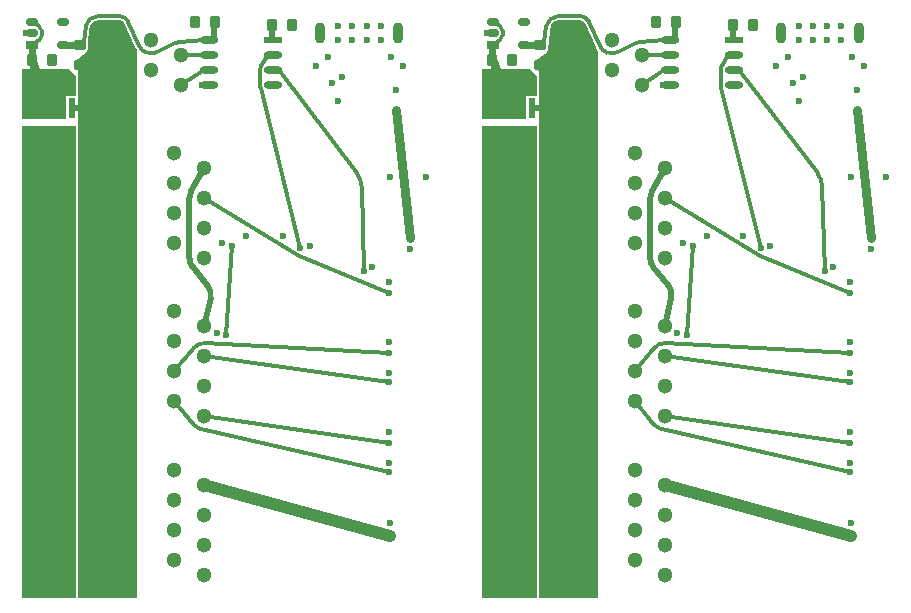
<source format=gbl>
G04*
G04 #@! TF.GenerationSoftware,Altium Limited,Altium Designer,21.6.1 (37)*
G04*
G04 Layer_Physical_Order=4*
G04 Layer_Color=16711680*
%FSLAX25Y25*%
%MOIN*%
G70*
G04*
G04 #@! TF.SameCoordinates,FC2F02F7-AC22-4359-8BDB-CA83A4D5B66C*
G04*
G04*
G04 #@! TF.FilePolarity,Positive*
G04*
G01*
G75*
%ADD10C,0.01968*%
%ADD11C,0.03150*%
%ADD12C,0.03150*%
%ADD14C,0.01181*%
G04:AMPARAMS|DCode=19|XSize=39.37mil|YSize=35.43mil|CornerRadius=4.43mil|HoleSize=0mil|Usage=FLASHONLY|Rotation=0.000|XOffset=0mil|YOffset=0mil|HoleType=Round|Shape=RoundedRectangle|*
%AMROUNDEDRECTD19*
21,1,0.03937,0.02657,0,0,0.0*
21,1,0.03051,0.03543,0,0,0.0*
1,1,0.00886,0.01526,-0.01329*
1,1,0.00886,-0.01526,-0.01329*
1,1,0.00886,-0.01526,0.01329*
1,1,0.00886,0.01526,0.01329*
%
%ADD19ROUNDEDRECTD19*%
%ADD24O,0.03543X0.07087*%
%ADD25C,0.05118*%
%ADD26C,0.02362*%
%ADD27C,0.03937*%
G04:AMPARAMS|DCode=28|XSize=39.37mil|YSize=35.43mil|CornerRadius=4.43mil|HoleSize=0mil|Usage=FLASHONLY|Rotation=90.000|XOffset=0mil|YOffset=0mil|HoleType=Round|Shape=RoundedRectangle|*
%AMROUNDEDRECTD28*
21,1,0.03937,0.02657,0,0,90.0*
21,1,0.03051,0.03543,0,0,90.0*
1,1,0.00886,0.01329,0.01526*
1,1,0.00886,0.01329,-0.01526*
1,1,0.00886,-0.01329,-0.01526*
1,1,0.00886,-0.01329,0.01526*
%
%ADD28ROUNDEDRECTD28*%
%ADD29O,0.06102X0.02362*%
%ADD30R,0.06102X0.02362*%
%ADD31R,0.03937X0.02598*%
G04:AMPARAMS|DCode=32|XSize=39.37mil|YSize=25.98mil|CornerRadius=6.5mil|HoleSize=0mil|Usage=FLASHONLY|Rotation=0.000|XOffset=0mil|YOffset=0mil|HoleType=Round|Shape=RoundedRectangle|*
%AMROUNDEDRECTD32*
21,1,0.03937,0.01299,0,0,0.0*
21,1,0.02638,0.02598,0,0,0.0*
1,1,0.01299,0.01319,-0.00650*
1,1,0.01299,-0.01319,-0.00650*
1,1,0.01299,-0.01319,0.00650*
1,1,0.01299,0.01319,0.00650*
%
%ADD32ROUNDEDRECTD32*%
%ADD33R,0.17800X0.18200*%
%ADD34R,0.02400X0.06500*%
%ADD35C,0.02362*%
G36*
X187698Y193362D02*
X188284Y192971D01*
X188596Y192503D01*
X192127Y184522D01*
X192178Y184449D01*
X192612Y183637D01*
X192913Y183270D01*
Y803D01*
X173228D01*
Y179528D01*
X175591D01*
X176378Y180315D01*
Y183465D01*
X176325Y183518D01*
X176402Y183907D01*
Y186304D01*
X177070Y191483D01*
X177332Y192115D01*
X177768Y192684D01*
X178337Y193120D01*
X178999Y193394D01*
X179677Y193484D01*
X179711Y193477D01*
X179711Y193477D01*
D01*
X179711D01*
X187008D01*
X187064Y193488D01*
X187698Y193362D01*
D02*
G37*
G36*
X34155D02*
X34741Y192971D01*
X35053Y192503D01*
X38584Y184522D01*
X38635Y184449D01*
X39069Y183637D01*
X39370Y183270D01*
Y803D01*
X19685D01*
Y179528D01*
X22047D01*
X22835Y180315D01*
Y183465D01*
X22781Y183518D01*
X22859Y183907D01*
Y186304D01*
X23527Y191483D01*
X23789Y192115D01*
X24225Y192684D01*
X24793Y193120D01*
X25456Y193394D01*
X26134Y193484D01*
X26168Y193477D01*
X26168Y193477D01*
D01*
X26168D01*
X33465D01*
X33521Y193488D01*
X34155Y193362D01*
D02*
G37*
G36*
X172425Y174819D02*
Y168211D01*
X169036D01*
Y160630D01*
X154346D01*
Y177165D01*
X170079D01*
X172425Y174819D01*
D02*
G37*
G36*
X18882D02*
Y168211D01*
X15493D01*
Y160630D01*
X803D01*
Y177165D01*
X16535D01*
X18882Y174819D01*
D02*
G37*
G36*
X172425Y803D02*
X154346D01*
Y158268D01*
X172425D01*
Y803D01*
D02*
G37*
G36*
X18882D02*
X803D01*
Y158268D01*
X18882D01*
Y803D01*
D02*
G37*
D10*
X56732Y114213D02*
G03*
X57856Y111111I4843J0D01*
G01*
X63759Y100773D02*
G03*
X62683Y105322I-5098J1195D01*
G01*
X57338Y136558D02*
G03*
X56732Y134213I4237J-2345D01*
G01*
Y114213D02*
Y134213D01*
X57856Y111111D02*
X62683Y105322D01*
X84332Y187284D02*
X84646Y187087D01*
X84332Y187284D02*
Y190945D01*
X84252Y191929D02*
X84332Y190945D01*
X65022Y187087D02*
Y191929D01*
X65354Y192913D01*
X63386Y187087D02*
X65022D01*
X17480Y164173D02*
X21654D01*
X57338Y136558D02*
X61575Y144213D01*
Y91457D02*
X63759Y100773D01*
X210276Y114213D02*
G03*
X211399Y111111I4843J0D01*
G01*
X217303Y100773D02*
G03*
X216226Y105322I-5098J1195D01*
G01*
X210881Y136558D02*
G03*
X210276Y134213I4237J-2345D01*
G01*
Y114213D02*
Y134213D01*
X211399Y111111D02*
X216226Y105322D01*
X237875Y187284D02*
X238189Y187087D01*
X237875Y187284D02*
Y190945D01*
X237795Y191929D02*
X237875Y190945D01*
X218565Y187087D02*
Y191929D01*
X218898Y192913D01*
X216929Y187087D02*
X218565D01*
X171024Y164173D02*
X175197D01*
X210881Y136558D02*
X215118Y144213D01*
Y91457D02*
X217303Y100773D01*
D11*
X125591Y163583D02*
X130315Y120866D01*
X4331Y179921D02*
X5906Y175197D01*
X4134Y180315D02*
X4331Y179921D01*
X279134Y163583D02*
X283858Y120866D01*
X157874Y179921D02*
X159449Y175197D01*
X157677Y180315D02*
X157874Y179921D01*
D12*
X25591Y187008D02*
D03*
Y183071D02*
D03*
X29528Y188976D02*
D03*
X12795Y146653D02*
D03*
X6890D02*
D03*
Y152559D02*
D03*
X12795D02*
D03*
X15748Y149606D02*
D03*
Y143701D02*
D03*
X9843D02*
D03*
X3937D02*
D03*
Y149606D02*
D03*
X15748Y155512D02*
D03*
X3937D02*
D03*
X9843D02*
D03*
Y149606D02*
D03*
Y169291D02*
D03*
Y173228D02*
D03*
Y165354D02*
D03*
X5906Y163386D02*
D03*
Y167323D02*
D03*
Y171260D02*
D03*
Y175197D02*
D03*
X13780D02*
D03*
Y171260D02*
D03*
Y167323D02*
D03*
Y163386D02*
D03*
X29528Y185039D02*
D03*
Y181102D02*
D03*
X25591Y179134D02*
D03*
Y190945D02*
D03*
X33465D02*
D03*
Y187008D02*
D03*
Y183071D02*
D03*
Y179134D02*
D03*
X29528Y133858D02*
D03*
Y137795D02*
D03*
Y129921D02*
D03*
X25591Y127953D02*
D03*
Y131890D02*
D03*
Y135827D02*
D03*
Y139764D02*
D03*
X33465D02*
D03*
Y135827D02*
D03*
Y131890D02*
D03*
Y127953D02*
D03*
X29528Y86614D02*
D03*
Y90551D02*
D03*
Y82677D02*
D03*
X25591Y80709D02*
D03*
Y84646D02*
D03*
Y88583D02*
D03*
Y92520D02*
D03*
X33465D02*
D03*
Y88583D02*
D03*
Y84646D02*
D03*
Y80709D02*
D03*
X9843Y118110D02*
D03*
Y122047D02*
D03*
Y114173D02*
D03*
X5906Y112205D02*
D03*
Y116142D02*
D03*
Y120079D02*
D03*
Y124016D02*
D03*
X13780D02*
D03*
Y120079D02*
D03*
Y116142D02*
D03*
Y112205D02*
D03*
X9843Y70866D02*
D03*
Y74803D02*
D03*
Y66929D02*
D03*
X5906Y64961D02*
D03*
Y68898D02*
D03*
Y72835D02*
D03*
Y76772D02*
D03*
X13780D02*
D03*
Y72835D02*
D03*
Y68898D02*
D03*
Y64961D02*
D03*
X33465Y41339D02*
D03*
Y49213D02*
D03*
Y45276D02*
D03*
Y37402D02*
D03*
X25591Y41339D02*
D03*
Y45276D02*
D03*
Y49213D02*
D03*
X29528Y47244D02*
D03*
Y43307D02*
D03*
Y39370D02*
D03*
X25591Y37402D02*
D03*
X13780Y21654D02*
D03*
Y25591D02*
D03*
Y29528D02*
D03*
Y33465D02*
D03*
X5906D02*
D03*
Y29528D02*
D03*
Y25591D02*
D03*
Y21654D02*
D03*
X9843Y23622D02*
D03*
Y31496D02*
D03*
Y27559D02*
D03*
X35433Y3937D02*
D03*
X31496D02*
D03*
X27559D02*
D03*
X23622D02*
D03*
X25591Y7874D02*
D03*
X29528D02*
D03*
X33465D02*
D03*
X35433Y11811D02*
D03*
X31496D02*
D03*
X27559D02*
D03*
X23622D02*
D03*
X15748Y3937D02*
D03*
X11811D02*
D03*
X7874D02*
D03*
X5906Y7874D02*
D03*
X13780D02*
D03*
X15748Y11811D02*
D03*
X11811D02*
D03*
X7874D02*
D03*
X3937D02*
D03*
Y3937D02*
D03*
X9843Y7874D02*
D03*
X179134Y187008D02*
D03*
Y183071D02*
D03*
X183071Y188976D02*
D03*
X166339Y146653D02*
D03*
X160433D02*
D03*
Y152559D02*
D03*
X166339D02*
D03*
X169291Y149606D02*
D03*
Y143701D02*
D03*
X163386D02*
D03*
X157480D02*
D03*
Y149606D02*
D03*
X169291Y155512D02*
D03*
X157480D02*
D03*
X163386D02*
D03*
Y149606D02*
D03*
Y169291D02*
D03*
Y173228D02*
D03*
Y165354D02*
D03*
X159449Y163386D02*
D03*
Y167323D02*
D03*
Y171260D02*
D03*
Y175197D02*
D03*
X167323D02*
D03*
Y171260D02*
D03*
Y167323D02*
D03*
Y163386D02*
D03*
X183071Y185039D02*
D03*
Y181102D02*
D03*
X179134Y179134D02*
D03*
Y190945D02*
D03*
X187008D02*
D03*
Y187008D02*
D03*
Y183071D02*
D03*
Y179134D02*
D03*
X183071Y133858D02*
D03*
Y137795D02*
D03*
Y129921D02*
D03*
X179134Y127953D02*
D03*
Y131890D02*
D03*
Y135827D02*
D03*
Y139764D02*
D03*
X187008D02*
D03*
Y135827D02*
D03*
Y131890D02*
D03*
Y127953D02*
D03*
X183071Y86614D02*
D03*
Y90551D02*
D03*
Y82677D02*
D03*
X179134Y80709D02*
D03*
Y84646D02*
D03*
Y88583D02*
D03*
Y92520D02*
D03*
X187008D02*
D03*
Y88583D02*
D03*
Y84646D02*
D03*
Y80709D02*
D03*
X163386Y118110D02*
D03*
Y122047D02*
D03*
Y114173D02*
D03*
X159449Y112205D02*
D03*
Y116142D02*
D03*
Y120079D02*
D03*
Y124016D02*
D03*
X167323D02*
D03*
Y120079D02*
D03*
Y116142D02*
D03*
Y112205D02*
D03*
X163386Y70866D02*
D03*
Y74803D02*
D03*
Y66929D02*
D03*
X159449Y64961D02*
D03*
Y68898D02*
D03*
Y72835D02*
D03*
Y76772D02*
D03*
X167323D02*
D03*
Y72835D02*
D03*
Y68898D02*
D03*
Y64961D02*
D03*
X187008Y41339D02*
D03*
Y49213D02*
D03*
Y45276D02*
D03*
Y37402D02*
D03*
X179134Y41339D02*
D03*
Y45276D02*
D03*
Y49213D02*
D03*
X183071Y47244D02*
D03*
Y43307D02*
D03*
Y39370D02*
D03*
X179134Y37402D02*
D03*
X167323Y21654D02*
D03*
Y25591D02*
D03*
Y29528D02*
D03*
Y33465D02*
D03*
X159449D02*
D03*
Y29528D02*
D03*
Y25591D02*
D03*
Y21654D02*
D03*
X163386Y23622D02*
D03*
Y31496D02*
D03*
Y27559D02*
D03*
X188976Y3937D02*
D03*
X185039D02*
D03*
X181102D02*
D03*
X177165D02*
D03*
X179134Y7874D02*
D03*
X183071D02*
D03*
X187008D02*
D03*
X188976Y11811D02*
D03*
X185039D02*
D03*
X181102D02*
D03*
X177165D02*
D03*
X169291Y3937D02*
D03*
X165354D02*
D03*
X161417D02*
D03*
X159449Y7874D02*
D03*
X167323D02*
D03*
X169291Y11811D02*
D03*
X165354D02*
D03*
X161417D02*
D03*
X157480D02*
D03*
Y3937D02*
D03*
X163386Y7874D02*
D03*
D14*
X114091Y138036D02*
G03*
X112530Y142479I-7792J-240D01*
G01*
X80422Y171053D02*
G03*
X80381Y171185I-1146J-284D01*
G01*
X92610Y115402D02*
G03*
X92664Y115378I499J1070D01*
G01*
X92374Y115529D02*
G03*
X92602Y115405I1327J2188D01*
G01*
X93689Y117762D02*
G03*
X93700Y117722I1145J291D01*
G01*
X80217Y172102D02*
G03*
X80381Y171185I2559J-16D01*
G01*
X60489Y57142D02*
G03*
X60591Y57118I1085J4314D01*
G01*
X58166Y58598D02*
G03*
X60489Y57142I3409J2859D01*
G01*
X61808Y85899D02*
G03*
X58166Y84316I-233J-4443D01*
G01*
X80577Y178396D02*
G03*
X80216Y177087I2198J-1310D01*
G01*
X6639Y186825D02*
G03*
X7559Y188524I-1107J1698D01*
G01*
Y189823D02*
G03*
X6660Y191507I-2028J0D01*
G01*
X39869Y185090D02*
G03*
X45899Y182897I4069J1800D01*
G01*
X36326Y193098D02*
G03*
X33465Y194882I-2862J-1403D01*
G01*
X53512Y186318D02*
G03*
X51971Y185880I425J-4428D01*
G01*
X26168Y194882D02*
G03*
X22137Y191690I-2J-4139D01*
G01*
X114091Y138036D02*
X114961Y109843D01*
X86516Y177087D02*
X112530Y142479D01*
X84646Y177087D02*
X86516D01*
X80422Y171053D02*
X93689Y117762D01*
X92664Y115378D02*
X123228Y102756D01*
X93700Y117722D02*
X93701Y117718D01*
X92602Y115405D02*
X92610Y115402D01*
X61808Y85899D02*
X123228Y82677D01*
X61575Y81457D02*
X123228Y72835D01*
X61575Y61457D02*
X123228Y52756D01*
X60591Y57118D02*
X123228Y42913D01*
X68898Y88583D02*
X70866Y118110D01*
X61575Y134213D02*
X92374Y115529D01*
X80216Y177087D02*
X80217Y172102D01*
X80217Y172102D01*
X82776Y182087D02*
X84646D01*
X80577Y178396D02*
X82776Y182087D01*
X51575Y76457D02*
X58166Y84316D01*
X51575Y66457D02*
X58166Y58598D01*
X22137Y191690D02*
X22137Y191690D01*
X21457Y186417D02*
X22137Y191690D01*
X45899Y182897D02*
X51971Y185880D01*
X36326Y193098D02*
X36330Y193090D01*
X36326Y193098D02*
X36326Y193098D01*
X39869Y185090D01*
X53512Y186318D02*
X61516Y187087D01*
X63386D01*
X20079Y185236D02*
X21457Y186417D01*
X26168Y194882D02*
X33465D01*
X53937Y181890D02*
X61516Y182087D01*
X63386D01*
X53937Y171890D02*
X61516Y177087D01*
X63386D01*
X5531Y192264D02*
X6660Y191507D01*
X7559Y188524D02*
Y189823D01*
X4213Y185433D02*
X5591Y186142D01*
X6639Y186825D01*
X4213Y192913D02*
X5531Y192264D01*
X13780Y164173D02*
Y167323D01*
X13090Y163386D02*
X13780D01*
X12480Y164173D02*
X13090Y163386D01*
X8090Y164499D02*
X8214D01*
X7480Y164173D02*
X8090Y164499D01*
X8214D02*
X8484Y164758D01*
X8877Y165354D02*
X9843D01*
X8570Y164758D02*
X8877Y165354D01*
X8484Y164758D02*
X8570D01*
X267634Y138036D02*
G03*
X266074Y142479I-7792J-240D01*
G01*
X233965Y171053D02*
G03*
X233924Y171185I-1146J-284D01*
G01*
X246153Y115402D02*
G03*
X246207Y115378I499J1070D01*
G01*
X245917Y115529D02*
G03*
X246145Y115405I1327J2188D01*
G01*
X247233Y117762D02*
G03*
X247243Y117722I1145J291D01*
G01*
X233760Y172102D02*
G03*
X233924Y171185I2559J-16D01*
G01*
X214033Y57142D02*
G03*
X214134Y57118I1085J4314D01*
G01*
X211709Y58598D02*
G03*
X214033Y57142I3409J2859D01*
G01*
X215351Y85899D02*
G03*
X211709Y84316I-233J-4443D01*
G01*
X234120Y178396D02*
G03*
X233760Y177087I2198J-1310D01*
G01*
X160182Y186825D02*
G03*
X161102Y188524I-1107J1698D01*
G01*
Y189823D02*
G03*
X160204Y191507I-2028J0D01*
G01*
X193412Y185090D02*
G03*
X199442Y182897I4069J1800D01*
G01*
X189869Y193098D02*
G03*
X187008Y194882I-2862J-1403D01*
G01*
X207055Y186318D02*
G03*
X205514Y185880I425J-4428D01*
G01*
X179711Y194882D02*
G03*
X175680Y191690I-2J-4139D01*
G01*
X267634Y138036D02*
X268504Y109843D01*
X240059Y177087D02*
X266074Y142479D01*
X238189Y177087D02*
X240059D01*
X233965Y171053D02*
X247233Y117762D01*
X246207Y115378D02*
X276772Y102756D01*
X247243Y117722D02*
X247245Y117718D01*
X246145Y115405D02*
X246153Y115402D01*
X215351Y85899D02*
X276772Y82677D01*
X215118Y81457D02*
X276772Y72835D01*
X215118Y61457D02*
X276772Y52756D01*
X214134Y57118D02*
X276772Y42913D01*
X222441Y88583D02*
X224409Y118110D01*
X215118Y134213D02*
X245917Y115529D01*
X233760Y177087D02*
X233760Y172102D01*
X233760Y172102D01*
X236319Y182087D02*
X238189D01*
X234120Y178396D02*
X236319Y182087D01*
X205118Y76457D02*
X211709Y84316D01*
X205118Y66457D02*
X211709Y58598D01*
X175680Y191690D02*
X175680Y191690D01*
X175000Y186417D02*
X175680Y191690D01*
X199442Y182897D02*
X205514Y185880D01*
X189869Y193098D02*
X189874Y193090D01*
X189869Y193098D02*
X189869Y193098D01*
X193412Y185090D01*
X207055Y186318D02*
X215059Y187087D01*
X216929D01*
X173622Y185236D02*
X175000Y186417D01*
X179711Y194882D02*
X187008D01*
X207480Y181890D02*
X215059Y182087D01*
X216929D01*
X207480Y171890D02*
X215059Y177087D01*
X216929D01*
X159075Y192264D02*
X160204Y191507D01*
X161102Y188524D02*
Y189823D01*
X157756Y185433D02*
X159134Y186142D01*
X160182Y186825D01*
X157756Y192913D02*
X159075Y192264D01*
X167323Y164173D02*
Y167323D01*
X166633Y163386D02*
X167323D01*
X166024Y164173D02*
X166633Y163386D01*
X161633Y164499D02*
X161757D01*
X161024Y164173D02*
X161633Y164499D01*
X161757D02*
X162027Y164758D01*
X162420Y165354D02*
X163386D01*
X162113Y164758D02*
X162420Y165354D01*
X162027Y164758D02*
X162113D01*
D19*
X20079Y185236D02*
D03*
Y178543D02*
D03*
X173622Y185236D02*
D03*
Y178543D02*
D03*
D24*
X126378Y189370D02*
D03*
X100394D02*
D03*
X279921D02*
D03*
X253937D02*
D03*
D25*
X51575Y43701D02*
D03*
X61575Y38701D02*
D03*
X51575Y33701D02*
D03*
X61575Y28701D02*
D03*
X51575Y23701D02*
D03*
X61575Y18701D02*
D03*
X51575Y13701D02*
D03*
X61575Y8701D02*
D03*
Y61457D02*
D03*
X51575Y66457D02*
D03*
X61575Y71457D02*
D03*
X51575Y76457D02*
D03*
X61575Y81457D02*
D03*
X51575Y86457D02*
D03*
X61575Y91457D02*
D03*
X51575Y96457D02*
D03*
X53937Y171890D02*
D03*
X43937Y176890D02*
D03*
X53937Y181890D02*
D03*
X43937Y186890D02*
D03*
X61575Y114213D02*
D03*
X51575Y119213D02*
D03*
X61575Y124213D02*
D03*
X51575Y129213D02*
D03*
X61575Y134213D02*
D03*
X51575Y139213D02*
D03*
X61575Y144213D02*
D03*
X51575Y149213D02*
D03*
X205118Y43701D02*
D03*
X215118Y38701D02*
D03*
X205118Y33701D02*
D03*
X215118Y28701D02*
D03*
X205118Y23701D02*
D03*
X215118Y18701D02*
D03*
X205118Y13701D02*
D03*
X215118Y8701D02*
D03*
Y61457D02*
D03*
X205118Y66457D02*
D03*
X215118Y71457D02*
D03*
X205118Y76457D02*
D03*
X215118Y81457D02*
D03*
X205118Y86457D02*
D03*
X215118Y91457D02*
D03*
X205118Y96457D02*
D03*
X207480Y171890D02*
D03*
X197480Y176890D02*
D03*
X207480Y181890D02*
D03*
X197480Y186890D02*
D03*
X215118Y114213D02*
D03*
X205118Y119213D02*
D03*
X215118Y124213D02*
D03*
X205118Y129213D02*
D03*
X215118Y134213D02*
D03*
X205118Y139213D02*
D03*
X215118Y144213D02*
D03*
X205118Y149213D02*
D03*
D26*
X20079Y178543D02*
D03*
X115748Y187008D02*
D03*
X120472D02*
D03*
Y191732D02*
D03*
X115748D02*
D03*
X106299Y187008D02*
D03*
X111024Y191732D02*
D03*
Y187008D02*
D03*
X106299Y191732D02*
D03*
X102756Y181102D02*
D03*
X124016D02*
D03*
X127953Y178347D02*
D03*
X98819D02*
D03*
X114961Y109843D02*
D03*
X130315Y117323D02*
D03*
Y120866D02*
D03*
X125591Y163583D02*
D03*
X84252Y191929D02*
D03*
X117717Y111417D02*
D03*
X96850Y118110D02*
D03*
X107613Y174600D02*
D03*
X104331Y172441D02*
D03*
X106299Y166535D02*
D03*
X125591Y170276D02*
D03*
X123228Y106299D02*
D03*
Y102756D02*
D03*
X93701Y117718D02*
D03*
X123228Y86221D02*
D03*
Y82677D02*
D03*
Y75984D02*
D03*
Y72835D02*
D03*
Y56299D02*
D03*
Y52756D02*
D03*
Y46063D02*
D03*
Y42913D02*
D03*
X123622Y25984D02*
D03*
X65748Y89370D02*
D03*
X67716Y119291D02*
D03*
X70866Y118110D02*
D03*
X68898Y88583D02*
D03*
X135433Y141339D02*
D03*
X123622D02*
D03*
X87795Y121653D02*
D03*
X75590D02*
D03*
X86516Y172087D02*
D03*
X123622Y21654D02*
D03*
X61024Y172047D02*
D03*
X90945Y191929D02*
D03*
X58661Y192913D02*
D03*
X2362Y189370D02*
D03*
X10827Y180315D02*
D03*
X173622Y178543D02*
D03*
X269291Y187008D02*
D03*
X274016D02*
D03*
Y191732D02*
D03*
X269291D02*
D03*
X259842Y187008D02*
D03*
X264567Y191732D02*
D03*
Y187008D02*
D03*
X259842Y191732D02*
D03*
X256299Y181102D02*
D03*
X277559D02*
D03*
X281496Y178347D02*
D03*
X252362D02*
D03*
X268504Y109843D02*
D03*
X283858Y117323D02*
D03*
Y120866D02*
D03*
X279134Y163583D02*
D03*
X237795Y191929D02*
D03*
X271260Y111417D02*
D03*
X250394Y118110D02*
D03*
X261156Y174600D02*
D03*
X257874Y172441D02*
D03*
X259842Y166535D02*
D03*
X279134Y170276D02*
D03*
X276772Y106299D02*
D03*
Y102756D02*
D03*
X247245Y117718D02*
D03*
X276772Y86221D02*
D03*
Y82677D02*
D03*
Y75984D02*
D03*
Y72835D02*
D03*
Y56299D02*
D03*
Y52756D02*
D03*
Y46063D02*
D03*
Y42913D02*
D03*
X277165Y25984D02*
D03*
X219291Y89370D02*
D03*
X221260Y119291D02*
D03*
X224409Y118110D02*
D03*
X222441Y88583D02*
D03*
X288976Y141339D02*
D03*
X277165D02*
D03*
X241339Y121653D02*
D03*
X229134D02*
D03*
X240059Y172087D02*
D03*
X277165Y21654D02*
D03*
X214567Y172047D02*
D03*
X244488Y191929D02*
D03*
X212205Y192913D02*
D03*
X155905Y189370D02*
D03*
X164370Y180315D02*
D03*
D27*
X25370Y190189D02*
G03*
X25209Y189294I4157J-1213D01*
G01*
X23623Y181426D02*
G03*
X24794Y183672I-2018J2482D01*
G01*
X61575Y38701D02*
X123622Y21654D01*
X25591Y190945D02*
X33465D01*
Y187008D02*
Y190945D01*
Y183071D02*
Y187008D01*
Y179134D02*
Y183071D01*
X25370Y190189D02*
X25591Y190945D01*
X25043Y187048D02*
X25209Y189294D01*
X24794Y183672D02*
X25043Y187048D01*
X20079Y178543D02*
X23623Y181426D01*
X178913Y190189D02*
G03*
X178752Y189294I4157J-1213D01*
G01*
X177166Y181426D02*
G03*
X178338Y183672I-2018J2482D01*
G01*
X215118Y38701D02*
X277165Y21654D01*
X179134Y190945D02*
X187008D01*
Y187008D02*
Y190945D01*
Y183071D02*
Y187008D01*
Y179134D02*
Y183071D01*
X178913Y190189D02*
X179134Y190945D01*
X178586Y187048D02*
X178752Y189294D01*
X178338Y183672D02*
X178586Y187048D01*
X173622Y178543D02*
X177166Y181426D01*
D28*
X90945Y191929D02*
D03*
X84252D02*
D03*
X65354Y192913D02*
D03*
X58661D02*
D03*
X4134Y180315D02*
D03*
X10827D02*
D03*
X244488Y191929D02*
D03*
X237795D02*
D03*
X218898Y192913D02*
D03*
X212205D02*
D03*
X157677Y180315D02*
D03*
X164370D02*
D03*
D29*
X63386Y172087D02*
D03*
Y177087D02*
D03*
Y182087D02*
D03*
Y187087D02*
D03*
X84646Y172087D02*
D03*
Y177087D02*
D03*
Y182087D02*
D03*
X216929Y172087D02*
D03*
Y177087D02*
D03*
Y182087D02*
D03*
Y187087D02*
D03*
X238189Y172087D02*
D03*
Y177087D02*
D03*
Y182087D02*
D03*
D30*
X84646Y187087D02*
D03*
X238189D02*
D03*
D31*
X4213Y185433D02*
D03*
X157756D02*
D03*
D32*
X4213Y189173D02*
D03*
Y192913D02*
D03*
X14567Y185433D02*
D03*
Y192913D02*
D03*
X157756Y189173D02*
D03*
Y192913D02*
D03*
X168110Y185433D02*
D03*
Y192913D02*
D03*
D33*
X9980Y149140D02*
D03*
X163524D02*
D03*
D34*
X17480Y164173D02*
D03*
X12480D02*
D03*
X7480D02*
D03*
X2480D02*
D03*
X171024D02*
D03*
X166024D02*
D03*
X161024D02*
D03*
X156024D02*
D03*
D35*
X15354Y185315D02*
X19291D01*
X14567Y185433D02*
X15354Y185315D01*
X19291D02*
X20079Y185236D01*
X4134Y180315D02*
X4173Y181102D01*
Y185315D02*
X4213Y185433D01*
X4173Y181102D02*
Y185315D01*
X168898D02*
X172835D01*
X168110Y185433D02*
X168898Y185315D01*
X172835D02*
X173622Y185236D01*
X157677Y180315D02*
X157717Y181102D01*
Y185315D02*
X157756Y185433D01*
X157717Y181102D02*
Y185315D01*
M02*

</source>
